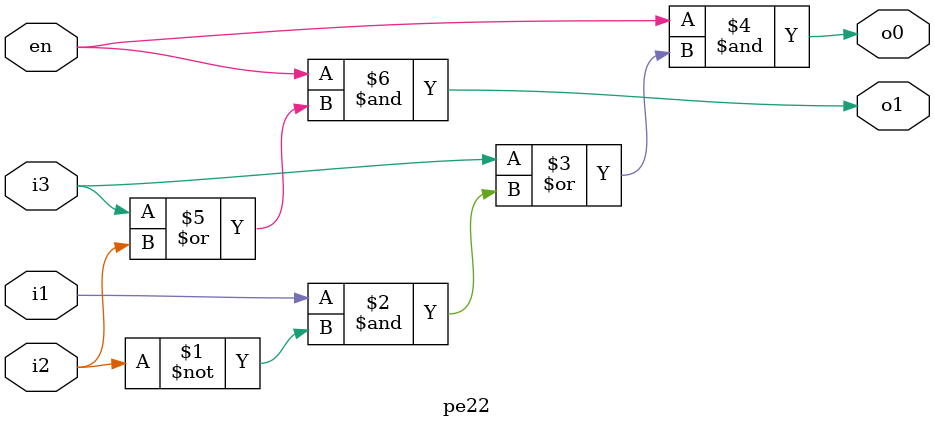
<source format=v>
module pe22 (i3,i2,i1,en,o0,o1);

    input i3,i2,i1,en;
    output o0,o1;

    assign o0 = en & ((i3) | (i1&~i2));
    assign o1 = en & (i3 | i2);

endmodule
</source>
